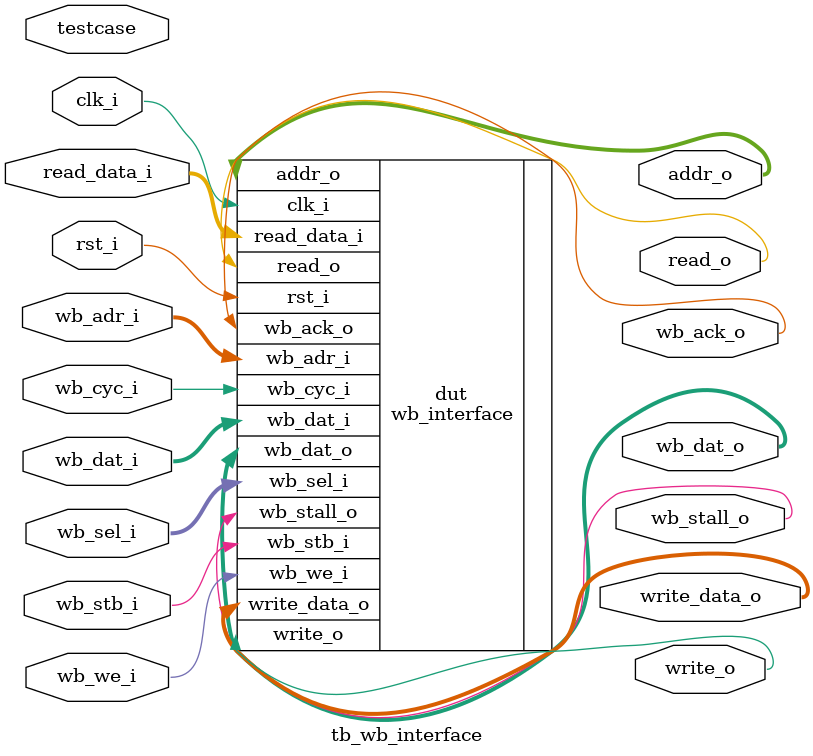
<source format=sv>
/*           __        _
 *  ________/ /  ___ _(_)__  ___
 * / __/ __/ _ \/ _ `/ / _ \/ -_)
 * \__/\__/_//_/\_,_/_/_//_/\__/
 * 
 * Copyright (C) Clément Chaine
 * This file is part of ECAP5-WBUART <https://github.com/ecap5/ECAP5-WBUART>
 *
 * ECAP5-WBUART is free software: you can redistribute it and/or modify
 * it under the terms of the GNU General Public License as published by
 * the Free Software Foundation, either version 3 of the License, or
 * (at your option) any later version.
 *
 * ECAP5-WBUART is distributed in the hope that it will be useful,
 * but WITHOUT ANY WARRANTY; without even the implied warranty of
 * MERCHANTABILITY or FITNESS FOR A PARTICULAR PURPOSE.  See the
 * GNU General Public License for more details.
 *
 * You should have received a copy of the GNU General Public License
 * along with ECAP5-WBUART.  If not, see <http://www.gnu.org/licenses/>.
 */

module tb_wb_interface
(
  input   int          testcase,

  input   logic         clk_i,
  input   logic         rst_i,

  //=================================
  //    Memory interface

  input   logic[31:0]  wb_adr_i,
  output  logic[31:0]  wb_dat_o,
  input   logic[31:0]  wb_dat_i,
  input   logic        wb_we_i,
  input   logic[3:0]   wb_sel_i,
  input   logic        wb_stb_i,
  output  logic        wb_ack_o,
  input   logic        wb_cyc_i,
  output  logic        wb_stall_o,

  //=================================
  //    Output interface

  output  logic[7:0]   addr_o,
  output  logic        read_o,
  input   logic[31:0]  read_data_i,
  output  logic        write_o,
  output  logic[31:0]  write_data_o
);

wb_interface dut (
  .clk_i           (clk_i),
  .rst_i           (rst_i),

  .wb_adr_i   (wb_adr_i),
  .wb_dat_o   (wb_dat_o),
  .wb_dat_i   (wb_dat_i),
  .wb_we_i    (wb_we_i),
  .wb_sel_i   (wb_sel_i),
  .wb_stb_i   (wb_stb_i),
  .wb_ack_o   (wb_ack_o),
  .wb_cyc_i   (wb_cyc_i),
  .wb_stall_o (wb_stall_o),

  .addr_o       (addr_o),
  .read_o       (read_o),
  .read_data_i  (read_data_i),
  .write_o      (write_o),
  .write_data_o (write_data_o)
);

endmodule // tb_wb_interface

</source>
